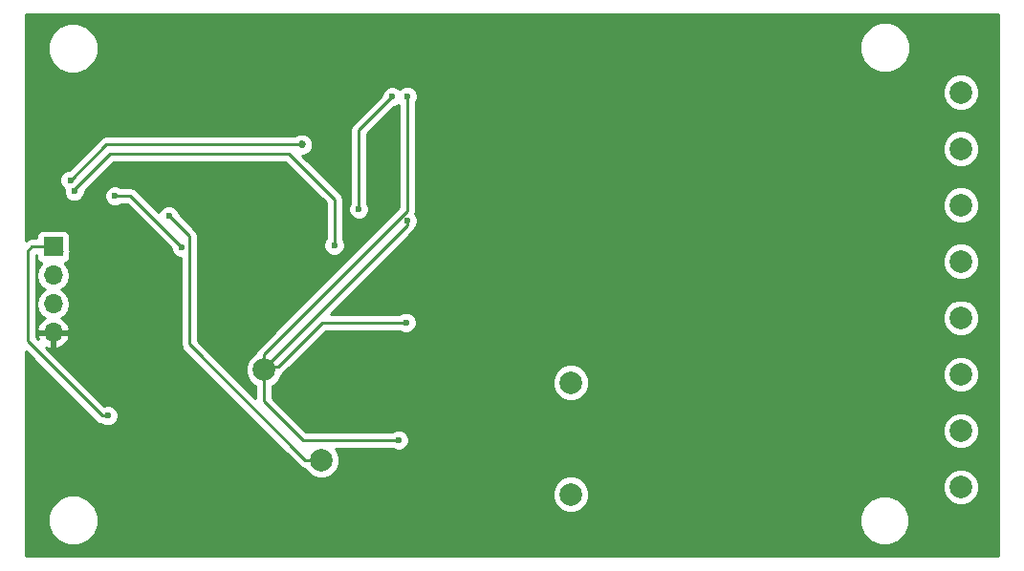
<source format=gbr>
G04 #@! TF.FileFunction,Copper,L2,Bot,Signal*
%FSLAX46Y46*%
G04 Gerber Fmt 4.6, Leading zero omitted, Abs format (unit mm)*
G04 Created by KiCad (PCBNEW 4.0.6) date Tuesday, August 01, 2017 'AMt' 06:59:47 AM*
%MOMM*%
%LPD*%
G01*
G04 APERTURE LIST*
%ADD10C,0.100000*%
%ADD11R,1.700000X1.700000*%
%ADD12O,1.700000X1.700000*%
%ADD13C,2.000000*%
%ADD14C,0.600000*%
%ADD15C,0.685800*%
%ADD16C,0.254000*%
G04 APERTURE END LIST*
D10*
D11*
X107950000Y-99441000D03*
D12*
X107950000Y-101981000D03*
X107950000Y-104521000D03*
X107950000Y-107061000D03*
D13*
X126619000Y-110363000D03*
X131699000Y-118364000D03*
X153800000Y-121412000D03*
X153797000Y-111506000D03*
X188341000Y-85758000D03*
X188341000Y-90758000D03*
X188341000Y-95758000D03*
X188341000Y-100758000D03*
X188341000Y-115758000D03*
X188341000Y-120758000D03*
X188341000Y-110758000D03*
X188341000Y-105758000D03*
D14*
X132842000Y-99314000D03*
X119302495Y-99463415D03*
X112776000Y-114427000D03*
X109825000Y-94525000D03*
X109475000Y-93550000D03*
X113400000Y-94950000D03*
D15*
X129991421Y-90365659D03*
D14*
X112450000Y-99625000D03*
X112450000Y-96575000D03*
X139319000Y-86106000D03*
X138557000Y-116586000D03*
X139192000Y-106172000D03*
X139319000Y-97155000D03*
X118200000Y-96700000D03*
X137960000Y-86150000D03*
X135010000Y-96130000D03*
D16*
X113884933Y-94950000D02*
X113400000Y-94950000D01*
X119302495Y-99463415D02*
X114789080Y-94950000D01*
X114789080Y-94950000D02*
X113884933Y-94950000D01*
X112659341Y-90365659D02*
X129991421Y-90365659D01*
X109475000Y-93550000D02*
X112659341Y-90365659D01*
X132842000Y-99314000D02*
X132842000Y-95250000D01*
X132842000Y-95250000D02*
X128778000Y-91186000D01*
X128778000Y-91186000D02*
X113014000Y-91186000D01*
X113014000Y-91186000D02*
X109825000Y-94375000D01*
X109825000Y-94375000D02*
X109825000Y-94525000D01*
X108331000Y-99441000D02*
X108712000Y-99822000D01*
X107950000Y-99441000D02*
X108331000Y-99441000D01*
X112776000Y-114427000D02*
X112291067Y-114427000D01*
X112291067Y-114427000D02*
X105664000Y-107799933D01*
X105664000Y-107799933D02*
X105664000Y-99822000D01*
X105664000Y-99822000D02*
X106045000Y-99441000D01*
X106045000Y-99441000D02*
X107950000Y-99441000D01*
X126619000Y-110363000D02*
X126619000Y-110231000D01*
X126619000Y-110231000D02*
X139319000Y-97531000D01*
X139319000Y-97531000D02*
X139319000Y-97155000D01*
X139319000Y-86106000D02*
X139319000Y-96281000D01*
X126619000Y-108981000D02*
X126619000Y-110363000D01*
X139319000Y-96281000D02*
X126619000Y-108981000D01*
X126619000Y-110363000D02*
X126907000Y-110075000D01*
X131778000Y-106172000D02*
X139192000Y-106172000D01*
X126907000Y-110075000D02*
X127875000Y-110075000D01*
X127875000Y-110075000D02*
X131778000Y-106172000D01*
X126619000Y-113157000D02*
X130048000Y-116586000D01*
X130048000Y-116586000D02*
X138557000Y-116586000D01*
X126619000Y-110363000D02*
X126619000Y-113157000D01*
X120000000Y-98500000D02*
X118200000Y-96700000D01*
X120000000Y-108079213D02*
X120000000Y-98500000D01*
X130284787Y-118364000D02*
X120000000Y-108079213D01*
X131699000Y-118364000D02*
X130284787Y-118364000D01*
X135010000Y-96130000D02*
X135010000Y-89100000D01*
X135010000Y-89100000D02*
X137960000Y-86150000D01*
G36*
X191643000Y-126873000D02*
X105537000Y-126873000D01*
X105537000Y-124140619D01*
X107492613Y-124140619D01*
X107832155Y-124962372D01*
X108460321Y-125591636D01*
X109281481Y-125932611D01*
X110170619Y-125933387D01*
X110992372Y-125593845D01*
X111621636Y-124965679D01*
X111953019Y-124167619D01*
X179339613Y-124167619D01*
X179679155Y-124989372D01*
X180307321Y-125618636D01*
X181128481Y-125959611D01*
X182017619Y-125960387D01*
X182839372Y-125620845D01*
X183468636Y-124992679D01*
X183809611Y-124171519D01*
X183810387Y-123282381D01*
X183470845Y-122460628D01*
X182842679Y-121831364D01*
X182021519Y-121490389D01*
X181132381Y-121489613D01*
X180310628Y-121829155D01*
X179681364Y-122457321D01*
X179340389Y-123278481D01*
X179339613Y-124167619D01*
X111953019Y-124167619D01*
X111962611Y-124144519D01*
X111963387Y-123255381D01*
X111623845Y-122433628D01*
X110995679Y-121804364D01*
X110830547Y-121735795D01*
X152164716Y-121735795D01*
X152413106Y-122336943D01*
X152872637Y-122797278D01*
X153473352Y-123046716D01*
X154123795Y-123047284D01*
X154724943Y-122798894D01*
X155185278Y-122339363D01*
X155434716Y-121738648D01*
X155435284Y-121088205D01*
X155432636Y-121081795D01*
X186705716Y-121081795D01*
X186954106Y-121682943D01*
X187413637Y-122143278D01*
X188014352Y-122392716D01*
X188664795Y-122393284D01*
X189265943Y-122144894D01*
X189726278Y-121685363D01*
X189975716Y-121084648D01*
X189976284Y-120434205D01*
X189727894Y-119833057D01*
X189268363Y-119372722D01*
X188667648Y-119123284D01*
X188017205Y-119122716D01*
X187416057Y-119371106D01*
X186955722Y-119830637D01*
X186706284Y-120431352D01*
X186705716Y-121081795D01*
X155432636Y-121081795D01*
X155186894Y-120487057D01*
X154727363Y-120026722D01*
X154126648Y-119777284D01*
X153476205Y-119776716D01*
X152875057Y-120025106D01*
X152414722Y-120484637D01*
X152165284Y-121085352D01*
X152164716Y-121735795D01*
X110830547Y-121735795D01*
X110174519Y-121463389D01*
X109285381Y-121462613D01*
X108463628Y-121802155D01*
X107834364Y-122430321D01*
X107493389Y-123251481D01*
X107492613Y-124140619D01*
X105537000Y-124140619D01*
X105537000Y-108750563D01*
X111752252Y-114965815D01*
X111999462Y-115130996D01*
X112196819Y-115170253D01*
X112245673Y-115219192D01*
X112589201Y-115361838D01*
X112961167Y-115362162D01*
X113304943Y-115220117D01*
X113568192Y-114957327D01*
X113710838Y-114613799D01*
X113711162Y-114241833D01*
X113569117Y-113898057D01*
X113306327Y-113634808D01*
X112962799Y-113492162D01*
X112590833Y-113491838D01*
X112479526Y-113537829D01*
X107312315Y-108370618D01*
X107593108Y-108502486D01*
X107823000Y-108381819D01*
X107823000Y-107188000D01*
X108077000Y-107188000D01*
X108077000Y-108381819D01*
X108306892Y-108502486D01*
X108831358Y-108256183D01*
X109221645Y-107827924D01*
X109391476Y-107417890D01*
X109270155Y-107188000D01*
X108077000Y-107188000D01*
X107823000Y-107188000D01*
X106629845Y-107188000D01*
X106508524Y-107417890D01*
X106613827Y-107672130D01*
X106426000Y-107484303D01*
X106426000Y-100203000D01*
X106452560Y-100203000D01*
X106452560Y-100291000D01*
X106496838Y-100526317D01*
X106635910Y-100742441D01*
X106848110Y-100887431D01*
X106915541Y-100901086D01*
X106870853Y-100930946D01*
X106548946Y-101412715D01*
X106435907Y-101981000D01*
X106548946Y-102549285D01*
X106870853Y-103031054D01*
X107200026Y-103251000D01*
X106870853Y-103470946D01*
X106548946Y-103952715D01*
X106435907Y-104521000D01*
X106548946Y-105089285D01*
X106870853Y-105571054D01*
X107211553Y-105798702D01*
X107068642Y-105865817D01*
X106678355Y-106294076D01*
X106508524Y-106704110D01*
X106629845Y-106934000D01*
X107823000Y-106934000D01*
X107823000Y-106914000D01*
X108077000Y-106914000D01*
X108077000Y-106934000D01*
X109270155Y-106934000D01*
X109391476Y-106704110D01*
X109221645Y-106294076D01*
X108831358Y-105865817D01*
X108688447Y-105798702D01*
X109029147Y-105571054D01*
X109351054Y-105089285D01*
X109464093Y-104521000D01*
X109351054Y-103952715D01*
X109029147Y-103470946D01*
X108699974Y-103251000D01*
X109029147Y-103031054D01*
X109351054Y-102549285D01*
X109464093Y-101981000D01*
X109351054Y-101412715D01*
X109029147Y-100930946D01*
X108987548Y-100903150D01*
X109035317Y-100894162D01*
X109251441Y-100755090D01*
X109396431Y-100542890D01*
X109447440Y-100291000D01*
X109447440Y-99955523D01*
X109473999Y-99822000D01*
X109447440Y-99688477D01*
X109447440Y-98591000D01*
X109403162Y-98355683D01*
X109264090Y-98139559D01*
X109051890Y-97994569D01*
X108800000Y-97943560D01*
X107100000Y-97943560D01*
X106864683Y-97987838D01*
X106648559Y-98126910D01*
X106503569Y-98339110D01*
X106452560Y-98591000D01*
X106452560Y-98679000D01*
X106045000Y-98679000D01*
X105753395Y-98737004D01*
X105537000Y-98881594D01*
X105537000Y-93735167D01*
X108539838Y-93735167D01*
X108681883Y-94078943D01*
X108905005Y-94302455D01*
X108890162Y-94338201D01*
X108889838Y-94710167D01*
X109031883Y-95053943D01*
X109294673Y-95317192D01*
X109638201Y-95459838D01*
X110010167Y-95460162D01*
X110353943Y-95318117D01*
X110537212Y-95135167D01*
X112464838Y-95135167D01*
X112606883Y-95478943D01*
X112869673Y-95742192D01*
X113213201Y-95884838D01*
X113585167Y-95885162D01*
X113928943Y-95743117D01*
X113960114Y-95712000D01*
X114473450Y-95712000D01*
X118367370Y-99605921D01*
X118367333Y-99648582D01*
X118509378Y-99992358D01*
X118772168Y-100255607D01*
X119115696Y-100398253D01*
X119238000Y-100398360D01*
X119238000Y-108079213D01*
X119296004Y-108370818D01*
X119461185Y-108618028D01*
X129745971Y-118902815D01*
X129993182Y-119067996D01*
X130241196Y-119117329D01*
X130312106Y-119288943D01*
X130771637Y-119749278D01*
X131372352Y-119998716D01*
X132022795Y-119999284D01*
X132623943Y-119750894D01*
X133084278Y-119291363D01*
X133333716Y-118690648D01*
X133334284Y-118040205D01*
X133085894Y-117439057D01*
X132994996Y-117348000D01*
X137996534Y-117348000D01*
X138026673Y-117378192D01*
X138370201Y-117520838D01*
X138742167Y-117521162D01*
X139085943Y-117379117D01*
X139349192Y-117116327D01*
X139491838Y-116772799D01*
X139492162Y-116400833D01*
X139360339Y-116081795D01*
X186705716Y-116081795D01*
X186954106Y-116682943D01*
X187413637Y-117143278D01*
X188014352Y-117392716D01*
X188664795Y-117393284D01*
X189265943Y-117144894D01*
X189726278Y-116685363D01*
X189975716Y-116084648D01*
X189976284Y-115434205D01*
X189727894Y-114833057D01*
X189268363Y-114372722D01*
X188667648Y-114123284D01*
X188017205Y-114122716D01*
X187416057Y-114371106D01*
X186955722Y-114830637D01*
X186706284Y-115431352D01*
X186705716Y-116081795D01*
X139360339Y-116081795D01*
X139350117Y-116057057D01*
X139087327Y-115793808D01*
X138743799Y-115651162D01*
X138371833Y-115650838D01*
X138028057Y-115792883D01*
X137996886Y-115824000D01*
X130363631Y-115824000D01*
X127381000Y-112841370D01*
X127381000Y-111829795D01*
X152161716Y-111829795D01*
X152410106Y-112430943D01*
X152869637Y-112891278D01*
X153470352Y-113140716D01*
X154120795Y-113141284D01*
X154721943Y-112892894D01*
X155182278Y-112433363D01*
X155431716Y-111832648D01*
X155432284Y-111182205D01*
X155390796Y-111081795D01*
X186705716Y-111081795D01*
X186954106Y-111682943D01*
X187413637Y-112143278D01*
X188014352Y-112392716D01*
X188664795Y-112393284D01*
X189265943Y-112144894D01*
X189726278Y-111685363D01*
X189975716Y-111084648D01*
X189976284Y-110434205D01*
X189727894Y-109833057D01*
X189268363Y-109372722D01*
X188667648Y-109123284D01*
X188017205Y-109122716D01*
X187416057Y-109371106D01*
X186955722Y-109830637D01*
X186706284Y-110431352D01*
X186705716Y-111081795D01*
X155390796Y-111081795D01*
X155183894Y-110581057D01*
X154724363Y-110120722D01*
X154123648Y-109871284D01*
X153473205Y-109870716D01*
X152872057Y-110119106D01*
X152411722Y-110578637D01*
X152162284Y-111179352D01*
X152161716Y-111829795D01*
X127381000Y-111829795D01*
X127381000Y-111817221D01*
X127543943Y-111749894D01*
X128004278Y-111290363D01*
X128235819Y-110732748D01*
X128413815Y-110613815D01*
X132093631Y-106934000D01*
X138631534Y-106934000D01*
X138661673Y-106964192D01*
X139005201Y-107106838D01*
X139377167Y-107107162D01*
X139720943Y-106965117D01*
X139984192Y-106702327D01*
X140126838Y-106358799D01*
X140127079Y-106081795D01*
X186705716Y-106081795D01*
X186954106Y-106682943D01*
X187413637Y-107143278D01*
X188014352Y-107392716D01*
X188664795Y-107393284D01*
X189265943Y-107144894D01*
X189726278Y-106685363D01*
X189975716Y-106084648D01*
X189976284Y-105434205D01*
X189727894Y-104833057D01*
X189268363Y-104372722D01*
X188667648Y-104123284D01*
X188017205Y-104122716D01*
X187416057Y-104371106D01*
X186955722Y-104830637D01*
X186706284Y-105431352D01*
X186705716Y-106081795D01*
X140127079Y-106081795D01*
X140127162Y-105986833D01*
X139985117Y-105643057D01*
X139722327Y-105379808D01*
X139378799Y-105237162D01*
X139006833Y-105236838D01*
X138663057Y-105378883D01*
X138631886Y-105410000D01*
X132517630Y-105410000D01*
X136845835Y-101081795D01*
X186705716Y-101081795D01*
X186954106Y-101682943D01*
X187413637Y-102143278D01*
X188014352Y-102392716D01*
X188664795Y-102393284D01*
X189265943Y-102144894D01*
X189726278Y-101685363D01*
X189975716Y-101084648D01*
X189976284Y-100434205D01*
X189727894Y-99833057D01*
X189268363Y-99372722D01*
X188667648Y-99123284D01*
X188017205Y-99122716D01*
X187416057Y-99371106D01*
X186955722Y-99830637D01*
X186706284Y-100431352D01*
X186705716Y-101081795D01*
X136845835Y-101081795D01*
X139857815Y-98069816D01*
X140022996Y-97822605D01*
X140035216Y-97761171D01*
X140111192Y-97685327D01*
X140253838Y-97341799D01*
X140254162Y-96969833D01*
X140112117Y-96626057D01*
X140028938Y-96542733D01*
X140081000Y-96281000D01*
X140081000Y-96081795D01*
X186705716Y-96081795D01*
X186954106Y-96682943D01*
X187413637Y-97143278D01*
X188014352Y-97392716D01*
X188664795Y-97393284D01*
X189265943Y-97144894D01*
X189726278Y-96685363D01*
X189975716Y-96084648D01*
X189976284Y-95434205D01*
X189727894Y-94833057D01*
X189268363Y-94372722D01*
X188667648Y-94123284D01*
X188017205Y-94122716D01*
X187416057Y-94371106D01*
X186955722Y-94830637D01*
X186706284Y-95431352D01*
X186705716Y-96081795D01*
X140081000Y-96081795D01*
X140081000Y-91081795D01*
X186705716Y-91081795D01*
X186954106Y-91682943D01*
X187413637Y-92143278D01*
X188014352Y-92392716D01*
X188664795Y-92393284D01*
X189265943Y-92144894D01*
X189726278Y-91685363D01*
X189975716Y-91084648D01*
X189976284Y-90434205D01*
X189727894Y-89833057D01*
X189268363Y-89372722D01*
X188667648Y-89123284D01*
X188017205Y-89122716D01*
X187416057Y-89371106D01*
X186955722Y-89830637D01*
X186706284Y-90431352D01*
X186705716Y-91081795D01*
X140081000Y-91081795D01*
X140081000Y-86666466D01*
X140111192Y-86636327D01*
X140253838Y-86292799D01*
X140254021Y-86081795D01*
X186705716Y-86081795D01*
X186954106Y-86682943D01*
X187413637Y-87143278D01*
X188014352Y-87392716D01*
X188664795Y-87393284D01*
X189265943Y-87144894D01*
X189726278Y-86685363D01*
X189975716Y-86084648D01*
X189976284Y-85434205D01*
X189727894Y-84833057D01*
X189268363Y-84372722D01*
X188667648Y-84123284D01*
X188017205Y-84122716D01*
X187416057Y-84371106D01*
X186955722Y-84830637D01*
X186706284Y-85431352D01*
X186705716Y-86081795D01*
X140254021Y-86081795D01*
X140254162Y-85920833D01*
X140112117Y-85577057D01*
X139849327Y-85313808D01*
X139505799Y-85171162D01*
X139133833Y-85170838D01*
X138790057Y-85312883D01*
X138617468Y-85485171D01*
X138490327Y-85357808D01*
X138146799Y-85215162D01*
X137774833Y-85214838D01*
X137431057Y-85356883D01*
X137167808Y-85619673D01*
X137025162Y-85963201D01*
X137025124Y-86007246D01*
X134471185Y-88561185D01*
X134306004Y-88808395D01*
X134248000Y-89100000D01*
X134248000Y-95569534D01*
X134217808Y-95599673D01*
X134075162Y-95943201D01*
X134074838Y-96315167D01*
X134216883Y-96658943D01*
X134479673Y-96922192D01*
X134823201Y-97064838D01*
X135195167Y-97065162D01*
X135538943Y-96923117D01*
X135802192Y-96660327D01*
X135944838Y-96316799D01*
X135945162Y-95944833D01*
X135803117Y-95601057D01*
X135772000Y-95569886D01*
X135772000Y-89415630D01*
X138102505Y-87085125D01*
X138145167Y-87085162D01*
X138488943Y-86943117D01*
X138557000Y-86875179D01*
X138557000Y-95965369D01*
X126080185Y-108442185D01*
X125915004Y-108689395D01*
X125872652Y-108902312D01*
X125694057Y-108976106D01*
X125233722Y-109435637D01*
X124984284Y-110036352D01*
X124983716Y-110686795D01*
X125232106Y-111287943D01*
X125691637Y-111748278D01*
X125857000Y-111816943D01*
X125857000Y-112858582D01*
X120762000Y-107763583D01*
X120762000Y-98500000D01*
X120703996Y-98208395D01*
X120624995Y-98090162D01*
X120538815Y-97961184D01*
X119135125Y-96557495D01*
X119135162Y-96514833D01*
X118993117Y-96171057D01*
X118730327Y-95907808D01*
X118386799Y-95765162D01*
X118014833Y-95764838D01*
X117671057Y-95906883D01*
X117407808Y-96169673D01*
X117313500Y-96396790D01*
X115327895Y-94411185D01*
X115080685Y-94246004D01*
X114789080Y-94188000D01*
X113960466Y-94188000D01*
X113930327Y-94157808D01*
X113586799Y-94015162D01*
X113214833Y-94014838D01*
X112871057Y-94156883D01*
X112607808Y-94419673D01*
X112465162Y-94763201D01*
X112464838Y-95135167D01*
X110537212Y-95135167D01*
X110617192Y-95055327D01*
X110759838Y-94711799D01*
X110760007Y-94517623D01*
X113329630Y-91948000D01*
X128462370Y-91948000D01*
X132080000Y-95565630D01*
X132080000Y-98753534D01*
X132049808Y-98783673D01*
X131907162Y-99127201D01*
X131906838Y-99499167D01*
X132048883Y-99842943D01*
X132311673Y-100106192D01*
X132655201Y-100248838D01*
X133027167Y-100249162D01*
X133370943Y-100107117D01*
X133634192Y-99844327D01*
X133776838Y-99500799D01*
X133777162Y-99128833D01*
X133635117Y-98785057D01*
X133604000Y-98753886D01*
X133604000Y-95250000D01*
X133545996Y-94958395D01*
X133380815Y-94711185D01*
X130013208Y-91343578D01*
X130185084Y-91343728D01*
X130544633Y-91195166D01*
X130819961Y-90920318D01*
X130969151Y-90561029D01*
X130969490Y-90171996D01*
X130820928Y-89812447D01*
X130546080Y-89537119D01*
X130186791Y-89387929D01*
X129797758Y-89387590D01*
X129438209Y-89536152D01*
X129370584Y-89603659D01*
X112659341Y-89603659D01*
X112367736Y-89661663D01*
X112120525Y-89826844D01*
X109332495Y-92614875D01*
X109289833Y-92614838D01*
X108946057Y-92756883D01*
X108682808Y-93019673D01*
X108540162Y-93363201D01*
X108539838Y-93735167D01*
X105537000Y-93735167D01*
X105537000Y-82292619D01*
X107464613Y-82292619D01*
X107804155Y-83114372D01*
X108432321Y-83743636D01*
X109253481Y-84084611D01*
X110142619Y-84085387D01*
X110964372Y-83745845D01*
X111593636Y-83117679D01*
X111934611Y-82296519D01*
X111934668Y-82230619D01*
X179374613Y-82230619D01*
X179714155Y-83052372D01*
X180342321Y-83681636D01*
X181163481Y-84022611D01*
X182052619Y-84023387D01*
X182874372Y-83683845D01*
X183503636Y-83055679D01*
X183844611Y-82234519D01*
X183845387Y-81345381D01*
X183505845Y-80523628D01*
X182877679Y-79894364D01*
X182056519Y-79553389D01*
X181167381Y-79552613D01*
X180345628Y-79892155D01*
X179716364Y-80520321D01*
X179375389Y-81341481D01*
X179374613Y-82230619D01*
X111934668Y-82230619D01*
X111935387Y-81407381D01*
X111595845Y-80585628D01*
X110967679Y-79956364D01*
X110146519Y-79615389D01*
X109257381Y-79614613D01*
X108435628Y-79954155D01*
X107806364Y-80582321D01*
X107465389Y-81403481D01*
X107464613Y-82292619D01*
X105537000Y-82292619D01*
X105537000Y-78867000D01*
X191643000Y-78867000D01*
X191643000Y-126873000D01*
X191643000Y-126873000D01*
G37*
X191643000Y-126873000D02*
X105537000Y-126873000D01*
X105537000Y-124140619D01*
X107492613Y-124140619D01*
X107832155Y-124962372D01*
X108460321Y-125591636D01*
X109281481Y-125932611D01*
X110170619Y-125933387D01*
X110992372Y-125593845D01*
X111621636Y-124965679D01*
X111953019Y-124167619D01*
X179339613Y-124167619D01*
X179679155Y-124989372D01*
X180307321Y-125618636D01*
X181128481Y-125959611D01*
X182017619Y-125960387D01*
X182839372Y-125620845D01*
X183468636Y-124992679D01*
X183809611Y-124171519D01*
X183810387Y-123282381D01*
X183470845Y-122460628D01*
X182842679Y-121831364D01*
X182021519Y-121490389D01*
X181132381Y-121489613D01*
X180310628Y-121829155D01*
X179681364Y-122457321D01*
X179340389Y-123278481D01*
X179339613Y-124167619D01*
X111953019Y-124167619D01*
X111962611Y-124144519D01*
X111963387Y-123255381D01*
X111623845Y-122433628D01*
X110995679Y-121804364D01*
X110830547Y-121735795D01*
X152164716Y-121735795D01*
X152413106Y-122336943D01*
X152872637Y-122797278D01*
X153473352Y-123046716D01*
X154123795Y-123047284D01*
X154724943Y-122798894D01*
X155185278Y-122339363D01*
X155434716Y-121738648D01*
X155435284Y-121088205D01*
X155432636Y-121081795D01*
X186705716Y-121081795D01*
X186954106Y-121682943D01*
X187413637Y-122143278D01*
X188014352Y-122392716D01*
X188664795Y-122393284D01*
X189265943Y-122144894D01*
X189726278Y-121685363D01*
X189975716Y-121084648D01*
X189976284Y-120434205D01*
X189727894Y-119833057D01*
X189268363Y-119372722D01*
X188667648Y-119123284D01*
X188017205Y-119122716D01*
X187416057Y-119371106D01*
X186955722Y-119830637D01*
X186706284Y-120431352D01*
X186705716Y-121081795D01*
X155432636Y-121081795D01*
X155186894Y-120487057D01*
X154727363Y-120026722D01*
X154126648Y-119777284D01*
X153476205Y-119776716D01*
X152875057Y-120025106D01*
X152414722Y-120484637D01*
X152165284Y-121085352D01*
X152164716Y-121735795D01*
X110830547Y-121735795D01*
X110174519Y-121463389D01*
X109285381Y-121462613D01*
X108463628Y-121802155D01*
X107834364Y-122430321D01*
X107493389Y-123251481D01*
X107492613Y-124140619D01*
X105537000Y-124140619D01*
X105537000Y-108750563D01*
X111752252Y-114965815D01*
X111999462Y-115130996D01*
X112196819Y-115170253D01*
X112245673Y-115219192D01*
X112589201Y-115361838D01*
X112961167Y-115362162D01*
X113304943Y-115220117D01*
X113568192Y-114957327D01*
X113710838Y-114613799D01*
X113711162Y-114241833D01*
X113569117Y-113898057D01*
X113306327Y-113634808D01*
X112962799Y-113492162D01*
X112590833Y-113491838D01*
X112479526Y-113537829D01*
X107312315Y-108370618D01*
X107593108Y-108502486D01*
X107823000Y-108381819D01*
X107823000Y-107188000D01*
X108077000Y-107188000D01*
X108077000Y-108381819D01*
X108306892Y-108502486D01*
X108831358Y-108256183D01*
X109221645Y-107827924D01*
X109391476Y-107417890D01*
X109270155Y-107188000D01*
X108077000Y-107188000D01*
X107823000Y-107188000D01*
X106629845Y-107188000D01*
X106508524Y-107417890D01*
X106613827Y-107672130D01*
X106426000Y-107484303D01*
X106426000Y-100203000D01*
X106452560Y-100203000D01*
X106452560Y-100291000D01*
X106496838Y-100526317D01*
X106635910Y-100742441D01*
X106848110Y-100887431D01*
X106915541Y-100901086D01*
X106870853Y-100930946D01*
X106548946Y-101412715D01*
X106435907Y-101981000D01*
X106548946Y-102549285D01*
X106870853Y-103031054D01*
X107200026Y-103251000D01*
X106870853Y-103470946D01*
X106548946Y-103952715D01*
X106435907Y-104521000D01*
X106548946Y-105089285D01*
X106870853Y-105571054D01*
X107211553Y-105798702D01*
X107068642Y-105865817D01*
X106678355Y-106294076D01*
X106508524Y-106704110D01*
X106629845Y-106934000D01*
X107823000Y-106934000D01*
X107823000Y-106914000D01*
X108077000Y-106914000D01*
X108077000Y-106934000D01*
X109270155Y-106934000D01*
X109391476Y-106704110D01*
X109221645Y-106294076D01*
X108831358Y-105865817D01*
X108688447Y-105798702D01*
X109029147Y-105571054D01*
X109351054Y-105089285D01*
X109464093Y-104521000D01*
X109351054Y-103952715D01*
X109029147Y-103470946D01*
X108699974Y-103251000D01*
X109029147Y-103031054D01*
X109351054Y-102549285D01*
X109464093Y-101981000D01*
X109351054Y-101412715D01*
X109029147Y-100930946D01*
X108987548Y-100903150D01*
X109035317Y-100894162D01*
X109251441Y-100755090D01*
X109396431Y-100542890D01*
X109447440Y-100291000D01*
X109447440Y-99955523D01*
X109473999Y-99822000D01*
X109447440Y-99688477D01*
X109447440Y-98591000D01*
X109403162Y-98355683D01*
X109264090Y-98139559D01*
X109051890Y-97994569D01*
X108800000Y-97943560D01*
X107100000Y-97943560D01*
X106864683Y-97987838D01*
X106648559Y-98126910D01*
X106503569Y-98339110D01*
X106452560Y-98591000D01*
X106452560Y-98679000D01*
X106045000Y-98679000D01*
X105753395Y-98737004D01*
X105537000Y-98881594D01*
X105537000Y-93735167D01*
X108539838Y-93735167D01*
X108681883Y-94078943D01*
X108905005Y-94302455D01*
X108890162Y-94338201D01*
X108889838Y-94710167D01*
X109031883Y-95053943D01*
X109294673Y-95317192D01*
X109638201Y-95459838D01*
X110010167Y-95460162D01*
X110353943Y-95318117D01*
X110537212Y-95135167D01*
X112464838Y-95135167D01*
X112606883Y-95478943D01*
X112869673Y-95742192D01*
X113213201Y-95884838D01*
X113585167Y-95885162D01*
X113928943Y-95743117D01*
X113960114Y-95712000D01*
X114473450Y-95712000D01*
X118367370Y-99605921D01*
X118367333Y-99648582D01*
X118509378Y-99992358D01*
X118772168Y-100255607D01*
X119115696Y-100398253D01*
X119238000Y-100398360D01*
X119238000Y-108079213D01*
X119296004Y-108370818D01*
X119461185Y-108618028D01*
X129745971Y-118902815D01*
X129993182Y-119067996D01*
X130241196Y-119117329D01*
X130312106Y-119288943D01*
X130771637Y-119749278D01*
X131372352Y-119998716D01*
X132022795Y-119999284D01*
X132623943Y-119750894D01*
X133084278Y-119291363D01*
X133333716Y-118690648D01*
X133334284Y-118040205D01*
X133085894Y-117439057D01*
X132994996Y-117348000D01*
X137996534Y-117348000D01*
X138026673Y-117378192D01*
X138370201Y-117520838D01*
X138742167Y-117521162D01*
X139085943Y-117379117D01*
X139349192Y-117116327D01*
X139491838Y-116772799D01*
X139492162Y-116400833D01*
X139360339Y-116081795D01*
X186705716Y-116081795D01*
X186954106Y-116682943D01*
X187413637Y-117143278D01*
X188014352Y-117392716D01*
X188664795Y-117393284D01*
X189265943Y-117144894D01*
X189726278Y-116685363D01*
X189975716Y-116084648D01*
X189976284Y-115434205D01*
X189727894Y-114833057D01*
X189268363Y-114372722D01*
X188667648Y-114123284D01*
X188017205Y-114122716D01*
X187416057Y-114371106D01*
X186955722Y-114830637D01*
X186706284Y-115431352D01*
X186705716Y-116081795D01*
X139360339Y-116081795D01*
X139350117Y-116057057D01*
X139087327Y-115793808D01*
X138743799Y-115651162D01*
X138371833Y-115650838D01*
X138028057Y-115792883D01*
X137996886Y-115824000D01*
X130363631Y-115824000D01*
X127381000Y-112841370D01*
X127381000Y-111829795D01*
X152161716Y-111829795D01*
X152410106Y-112430943D01*
X152869637Y-112891278D01*
X153470352Y-113140716D01*
X154120795Y-113141284D01*
X154721943Y-112892894D01*
X155182278Y-112433363D01*
X155431716Y-111832648D01*
X155432284Y-111182205D01*
X155390796Y-111081795D01*
X186705716Y-111081795D01*
X186954106Y-111682943D01*
X187413637Y-112143278D01*
X188014352Y-112392716D01*
X188664795Y-112393284D01*
X189265943Y-112144894D01*
X189726278Y-111685363D01*
X189975716Y-111084648D01*
X189976284Y-110434205D01*
X189727894Y-109833057D01*
X189268363Y-109372722D01*
X188667648Y-109123284D01*
X188017205Y-109122716D01*
X187416057Y-109371106D01*
X186955722Y-109830637D01*
X186706284Y-110431352D01*
X186705716Y-111081795D01*
X155390796Y-111081795D01*
X155183894Y-110581057D01*
X154724363Y-110120722D01*
X154123648Y-109871284D01*
X153473205Y-109870716D01*
X152872057Y-110119106D01*
X152411722Y-110578637D01*
X152162284Y-111179352D01*
X152161716Y-111829795D01*
X127381000Y-111829795D01*
X127381000Y-111817221D01*
X127543943Y-111749894D01*
X128004278Y-111290363D01*
X128235819Y-110732748D01*
X128413815Y-110613815D01*
X132093631Y-106934000D01*
X138631534Y-106934000D01*
X138661673Y-106964192D01*
X139005201Y-107106838D01*
X139377167Y-107107162D01*
X139720943Y-106965117D01*
X139984192Y-106702327D01*
X140126838Y-106358799D01*
X140127079Y-106081795D01*
X186705716Y-106081795D01*
X186954106Y-106682943D01*
X187413637Y-107143278D01*
X188014352Y-107392716D01*
X188664795Y-107393284D01*
X189265943Y-107144894D01*
X189726278Y-106685363D01*
X189975716Y-106084648D01*
X189976284Y-105434205D01*
X189727894Y-104833057D01*
X189268363Y-104372722D01*
X188667648Y-104123284D01*
X188017205Y-104122716D01*
X187416057Y-104371106D01*
X186955722Y-104830637D01*
X186706284Y-105431352D01*
X186705716Y-106081795D01*
X140127079Y-106081795D01*
X140127162Y-105986833D01*
X139985117Y-105643057D01*
X139722327Y-105379808D01*
X139378799Y-105237162D01*
X139006833Y-105236838D01*
X138663057Y-105378883D01*
X138631886Y-105410000D01*
X132517630Y-105410000D01*
X136845835Y-101081795D01*
X186705716Y-101081795D01*
X186954106Y-101682943D01*
X187413637Y-102143278D01*
X188014352Y-102392716D01*
X188664795Y-102393284D01*
X189265943Y-102144894D01*
X189726278Y-101685363D01*
X189975716Y-101084648D01*
X189976284Y-100434205D01*
X189727894Y-99833057D01*
X189268363Y-99372722D01*
X188667648Y-99123284D01*
X188017205Y-99122716D01*
X187416057Y-99371106D01*
X186955722Y-99830637D01*
X186706284Y-100431352D01*
X186705716Y-101081795D01*
X136845835Y-101081795D01*
X139857815Y-98069816D01*
X140022996Y-97822605D01*
X140035216Y-97761171D01*
X140111192Y-97685327D01*
X140253838Y-97341799D01*
X140254162Y-96969833D01*
X140112117Y-96626057D01*
X140028938Y-96542733D01*
X140081000Y-96281000D01*
X140081000Y-96081795D01*
X186705716Y-96081795D01*
X186954106Y-96682943D01*
X187413637Y-97143278D01*
X188014352Y-97392716D01*
X188664795Y-97393284D01*
X189265943Y-97144894D01*
X189726278Y-96685363D01*
X189975716Y-96084648D01*
X189976284Y-95434205D01*
X189727894Y-94833057D01*
X189268363Y-94372722D01*
X188667648Y-94123284D01*
X188017205Y-94122716D01*
X187416057Y-94371106D01*
X186955722Y-94830637D01*
X186706284Y-95431352D01*
X186705716Y-96081795D01*
X140081000Y-96081795D01*
X140081000Y-91081795D01*
X186705716Y-91081795D01*
X186954106Y-91682943D01*
X187413637Y-92143278D01*
X188014352Y-92392716D01*
X188664795Y-92393284D01*
X189265943Y-92144894D01*
X189726278Y-91685363D01*
X189975716Y-91084648D01*
X189976284Y-90434205D01*
X189727894Y-89833057D01*
X189268363Y-89372722D01*
X188667648Y-89123284D01*
X188017205Y-89122716D01*
X187416057Y-89371106D01*
X186955722Y-89830637D01*
X186706284Y-90431352D01*
X186705716Y-91081795D01*
X140081000Y-91081795D01*
X140081000Y-86666466D01*
X140111192Y-86636327D01*
X140253838Y-86292799D01*
X140254021Y-86081795D01*
X186705716Y-86081795D01*
X186954106Y-86682943D01*
X187413637Y-87143278D01*
X188014352Y-87392716D01*
X188664795Y-87393284D01*
X189265943Y-87144894D01*
X189726278Y-86685363D01*
X189975716Y-86084648D01*
X189976284Y-85434205D01*
X189727894Y-84833057D01*
X189268363Y-84372722D01*
X188667648Y-84123284D01*
X188017205Y-84122716D01*
X187416057Y-84371106D01*
X186955722Y-84830637D01*
X186706284Y-85431352D01*
X186705716Y-86081795D01*
X140254021Y-86081795D01*
X140254162Y-85920833D01*
X140112117Y-85577057D01*
X139849327Y-85313808D01*
X139505799Y-85171162D01*
X139133833Y-85170838D01*
X138790057Y-85312883D01*
X138617468Y-85485171D01*
X138490327Y-85357808D01*
X138146799Y-85215162D01*
X137774833Y-85214838D01*
X137431057Y-85356883D01*
X137167808Y-85619673D01*
X137025162Y-85963201D01*
X137025124Y-86007246D01*
X134471185Y-88561185D01*
X134306004Y-88808395D01*
X134248000Y-89100000D01*
X134248000Y-95569534D01*
X134217808Y-95599673D01*
X134075162Y-95943201D01*
X134074838Y-96315167D01*
X134216883Y-96658943D01*
X134479673Y-96922192D01*
X134823201Y-97064838D01*
X135195167Y-97065162D01*
X135538943Y-96923117D01*
X135802192Y-96660327D01*
X135944838Y-96316799D01*
X135945162Y-95944833D01*
X135803117Y-95601057D01*
X135772000Y-95569886D01*
X135772000Y-89415630D01*
X138102505Y-87085125D01*
X138145167Y-87085162D01*
X138488943Y-86943117D01*
X138557000Y-86875179D01*
X138557000Y-95965369D01*
X126080185Y-108442185D01*
X125915004Y-108689395D01*
X125872652Y-108902312D01*
X125694057Y-108976106D01*
X125233722Y-109435637D01*
X124984284Y-110036352D01*
X124983716Y-110686795D01*
X125232106Y-111287943D01*
X125691637Y-111748278D01*
X125857000Y-111816943D01*
X125857000Y-112858582D01*
X120762000Y-107763583D01*
X120762000Y-98500000D01*
X120703996Y-98208395D01*
X120624995Y-98090162D01*
X120538815Y-97961184D01*
X119135125Y-96557495D01*
X119135162Y-96514833D01*
X118993117Y-96171057D01*
X118730327Y-95907808D01*
X118386799Y-95765162D01*
X118014833Y-95764838D01*
X117671057Y-95906883D01*
X117407808Y-96169673D01*
X117313500Y-96396790D01*
X115327895Y-94411185D01*
X115080685Y-94246004D01*
X114789080Y-94188000D01*
X113960466Y-94188000D01*
X113930327Y-94157808D01*
X113586799Y-94015162D01*
X113214833Y-94014838D01*
X112871057Y-94156883D01*
X112607808Y-94419673D01*
X112465162Y-94763201D01*
X112464838Y-95135167D01*
X110537212Y-95135167D01*
X110617192Y-95055327D01*
X110759838Y-94711799D01*
X110760007Y-94517623D01*
X113329630Y-91948000D01*
X128462370Y-91948000D01*
X132080000Y-95565630D01*
X132080000Y-98753534D01*
X132049808Y-98783673D01*
X131907162Y-99127201D01*
X131906838Y-99499167D01*
X132048883Y-99842943D01*
X132311673Y-100106192D01*
X132655201Y-100248838D01*
X133027167Y-100249162D01*
X133370943Y-100107117D01*
X133634192Y-99844327D01*
X133776838Y-99500799D01*
X133777162Y-99128833D01*
X133635117Y-98785057D01*
X133604000Y-98753886D01*
X133604000Y-95250000D01*
X133545996Y-94958395D01*
X133380815Y-94711185D01*
X130013208Y-91343578D01*
X130185084Y-91343728D01*
X130544633Y-91195166D01*
X130819961Y-90920318D01*
X130969151Y-90561029D01*
X130969490Y-90171996D01*
X130820928Y-89812447D01*
X130546080Y-89537119D01*
X130186791Y-89387929D01*
X129797758Y-89387590D01*
X129438209Y-89536152D01*
X129370584Y-89603659D01*
X112659341Y-89603659D01*
X112367736Y-89661663D01*
X112120525Y-89826844D01*
X109332495Y-92614875D01*
X109289833Y-92614838D01*
X108946057Y-92756883D01*
X108682808Y-93019673D01*
X108540162Y-93363201D01*
X108539838Y-93735167D01*
X105537000Y-93735167D01*
X105537000Y-82292619D01*
X107464613Y-82292619D01*
X107804155Y-83114372D01*
X108432321Y-83743636D01*
X109253481Y-84084611D01*
X110142619Y-84085387D01*
X110964372Y-83745845D01*
X111593636Y-83117679D01*
X111934611Y-82296519D01*
X111934668Y-82230619D01*
X179374613Y-82230619D01*
X179714155Y-83052372D01*
X180342321Y-83681636D01*
X181163481Y-84022611D01*
X182052619Y-84023387D01*
X182874372Y-83683845D01*
X183503636Y-83055679D01*
X183844611Y-82234519D01*
X183845387Y-81345381D01*
X183505845Y-80523628D01*
X182877679Y-79894364D01*
X182056519Y-79553389D01*
X181167381Y-79552613D01*
X180345628Y-79892155D01*
X179716364Y-80520321D01*
X179375389Y-81341481D01*
X179374613Y-82230619D01*
X111934668Y-82230619D01*
X111935387Y-81407381D01*
X111595845Y-80585628D01*
X110967679Y-79956364D01*
X110146519Y-79615389D01*
X109257381Y-79614613D01*
X108435628Y-79954155D01*
X107806364Y-80582321D01*
X107465389Y-81403481D01*
X107464613Y-82292619D01*
X105537000Y-82292619D01*
X105537000Y-78867000D01*
X191643000Y-78867000D01*
X191643000Y-126873000D01*
M02*

</source>
